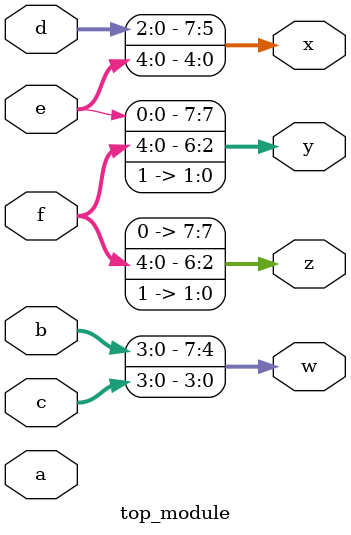
<source format=sv>
module top_module (
	input [4:0] a,
	input [4:0] b,
	input [4:0] c,
	input [4:0] d,
	input [4:0] e,
	input [4:0] f,
	output [7:0] w,
	output [7:0] x,
	output [7:0] y,
	output [7:0] z
);

	assign w = {a, b, c[3:0]};
	assign x = {c[4], d, e};
	assign y = {e, f, 2'b11};
	assign z = {f, 2'b11};

endmodule

</source>
